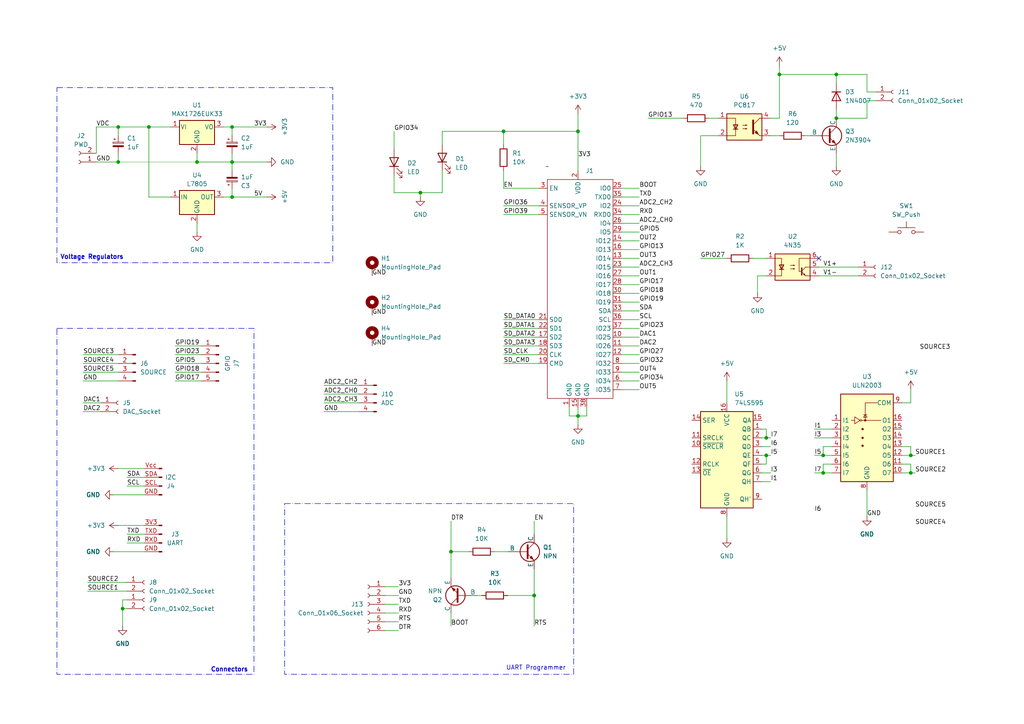
<source format=kicad_sch>
(kicad_sch (version 20231120) (generator "eeschema") (generator_version "8.0")
  (paper "A4")
  (lib_symbols
    (symbol "+5V_1" (power) (pin_numbers hide) (pin_names (offset 0) hide)
      (property "Value" "+5V" (at 0 3.556 0))
      (symbol "+5V_1_1_1"
        (pin power_in line (at 0 0 90) (length 0) (name "~") (number "1"))
      )
    )
    (symbol "+5V_2" (power) (pin_numbers hide) (pin_names (offset 0) hide)
      (property "Value" "+5V" (at 0 3.556 0))
      (symbol "+5V_2_1_1"
        (pin power_in line (at 0 0 90) (length 0) (name "~") (number "1"))
      )
    )
    (symbol "74xx:74LS595"
      (property "Reference" "U" (at -7.62 13.97 0))
      (property "Value" "74LS595" (at -7.62 -16.51 0))
      (symbol "74LS595_1_0"
        (pin tri_state line (at 10.16 7.62 180) (length 2.54) (name "QB") (number "1"))
        (pin input line (at -10.16 2.54 0) (length 2.54) (name "~{SRCLR}") (number "10"))
        (pin input line (at -10.16 5.08 0) (length 2.54) (name "SRCLK") (number "11"))
        (pin input line (at -10.16 -2.54 0) (length 2.54) (name "RCLK") (number "12"))
        (pin input line (at -10.16 -5.08 0) (length 2.54) (name "~{OE}") (number "13"))
        (pin input line (at -10.16 10.16 0) (length 2.54) (name "SER") (number "14"))
        (pin tri_state line (at 10.16 10.16 180) (length 2.54) (name "QA") (number "15"))
        (pin power_in line (at 0 15.24 270) (length 2.54) (name "VCC") (number "16"))
        (pin tri_state line (at 10.16 5.08 180) (length 2.54) (name "QC") (number "2"))
        (pin tri_state line (at 10.16 2.54 180) (length 2.54) (name "QD") (number "3"))
        (pin tri_state line (at 10.16 0 180) (length 2.54) (name "QE") (number "4"))
        (pin tri_state line (at 10.16 -2.54 180) (length 2.54) (name "QF") (number "5"))
        (pin tri_state line (at 10.16 -5.08 180) (length 2.54) (name "QG") (number "6"))
        (pin tri_state line (at 10.16 -7.62 180) (length 2.54) (name "QH") (number "7"))
        (pin power_in line (at 0 -17.78 90) (length 2.54) (name "GND") (number "8"))
        (pin output line (at 10.16 -12.7 180) (length 2.54) (name "QH'") (number "9"))
      )
    )
    (symbol "Alexander_Library_Symbols:Conn_I2C_01x04" (pin_names (offset 1.016) hide)
      (property "Reference" "J" (at 0 5.08 0))
      (property "Value" "I2C" (at 0 -7.62 0))
      (symbol "Conn_I2C_01x04_1_1"
        (pin power_out line (at 5.08 -5.08 180) (length 3.81) (name "GND") (number "GND"))
        (pin bidirectional line (at 5.08 -2.54 180) (length 3.81) (name "SCL") (number "SCL"))
        (pin bidirectional line (at 5.08 0 180) (length 3.81) (name "SDA") (number "SDA"))
        (pin power_in line (at 5.08 2.54 180) (length 3.81) (name "VCC") (number "Vcc"))
      )
    )
    (symbol "Alexander_Library_Symbols:ESP32-WROOM-32D-SOCKET"
      (property "Reference" "J" (at 0 0 0))
      (symbol "ESP32-WROOM-32D-SOCKET_1_1"
        (pin power_out line (at 6.35 -69.85 90) (length 2.54) (name "GND") (number "1"))
        (pin bidirectional line (at 21.59 -49.53 180) (length 2.54) (name "IO25") (number "10"))
        (pin bidirectional line (at 21.59 -52.07 180) (length 2.54) (name "IO26") (number "11"))
        (pin bidirectional line (at 21.59 -54.61 180) (length 2.54) (name "IO27") (number "12"))
        (pin bidirectional line (at 21.59 -26.67 180) (length 2.54) (name "IO14") (number "13"))
        (pin bidirectional line (at 21.59 -21.59 180) (length 2.54) (name "IO12") (number "14"))
        (pin power_out line (at 8.89 -69.85 90) (length 2.54) (name "GND") (number "15"))
        (pin bidirectional line (at 21.59 -24.13 180) (length 2.54) (name "IO13") (number "16"))
        (pin input line (at -2.54 -49.53 0) (length 2.54) (name "SD2") (number "17"))
        (pin input line (at -2.54 -52.07 0) (length 2.54) (name "SD3") (number "18"))
        (pin input line (at -2.54 -57.15 0) (length 2.54) (name "CMD") (number "19"))
        (pin power_in line (at 8.89 -1.27 270) (length 2.54) (name "VDD") (number "2"))
        (pin input line (at -2.54 -54.61 0) (length 2.54) (name "CLK") (number "20"))
        (pin input line (at -2.54 -44.45 0) (length 2.54) (name "SD0") (number "21"))
        (pin input line (at -2.54 -46.99 0) (length 2.54) (name "SD1") (number "22"))
        (pin bidirectional line (at 21.59 -29.21 180) (length 2.54) (name "IO15") (number "23"))
        (pin bidirectional line (at 21.59 -11.43 180) (length 2.54) (name "IO2") (number "24"))
        (pin bidirectional line (at 21.59 -6.35 180) (length 2.54) (name "IO0") (number "25"))
        (pin bidirectional line (at 21.59 -16.51 180) (length 2.54) (name "IO4") (number "26"))
        (pin bidirectional line (at 21.59 -31.75 180) (length 2.54) (name "IO16") (number "27"))
        (pin bidirectional line (at 21.59 -34.29 180) (length 2.54) (name "IO17") (number "28"))
        (pin bidirectional line (at 21.59 -19.05 180) (length 2.54) (name "IO5") (number "29"))
        (pin input line (at -2.54 -6.35 0) (length 2.54) (name "EN") (number "3"))
        (pin bidirectional line (at 21.59 -36.83 180) (length 2.54) (name "IO18") (number "30"))
        (pin bidirectional line (at 21.59 -39.37 180) (length 2.54) (name "IO19") (number "31"))
        (pin bidirectional line (at 21.59 -41.91 180) (length 2.54) (name "SDA") (number "33"))
        (pin input line (at 21.59 -13.97 180) (length 2.54) (name "RXD0") (number "34"))
        (pin output line (at 21.59 -8.89 180) (length 2.54) (name "TXD0") (number "35"))
        (pin bidirectional line (at 21.59 -44.45 180) (length 2.54) (name "SCL") (number "36"))
        (pin bidirectional line (at 21.59 -46.99 180) (length 2.54) (name "IO23") (number "37"))
        (pin power_out line (at 11.43 -69.85 90) (length 2.54) (name "GND") (number "38"))
        (pin input line (at -2.54 -11.43 0) (length 2.54) (name "SENSOR_VP") (number "4"))
        (pin input line (at -2.54 -13.97 0) (length 2.54) (name "SENSOR_VN") (number "5"))
        (pin bidirectional line (at 21.59 -62.23 180) (length 2.54) (name "IO34") (number "6"))
        (pin bidirectional line (at 21.59 -64.77 180) (length 2.54) (name "IO35") (number "7"))
        (pin bidirectional line (at 21.59 -57.15 180) (length 2.54) (name "IO32") (number "8"))
        (pin bidirectional line (at 21.59 -59.69 180) (length 2.54) (name "IO33") (number "9"))
      )
    )
    (symbol "Conn_UART_1" (pin_names (offset 1.016) hide)
      (property "Reference" "J" (at 1.27 3.81 0))
      (property "Value" "UART" (at 2.54 -10.16 0))
      (symbol "Conn_UART_1_1_1"
        (pin power_in line (at 5.08 0 180) (length 3.81) (name "3V3") (number "3V3"))
        (pin power_out line (at 5.08 -7.62 180) (length 3.81) (name "GND") (number "GND"))
        (pin input line (at 5.08 -5.08 180) (length 3.81) (name "RXD") (number "RXD"))
        (pin output line (at 5.08 -2.54 180) (length 3.81) (name "TXD") (number "TXD"))
      )
    )
    (symbol "Connector:Conn_01x02_Socket" (pin_names (offset 1.016) hide)
      (property "Reference" "J" (at 0 2.54 0))
      (property "Value" "Conn_01x02_Socket" (at 0 -5.08 0))
      (symbol "Conn_01x02_Socket_1_1"
        (pin passive line (at -5.08 0 0) (length 3.81) (name "Pin_1") (number "1"))
        (pin passive line (at -5.08 -2.54 0) (length 3.81) (name "Pin_2") (number "2"))
      )
    )
    (symbol "Connector:Conn_01x04_Pin" (pin_names (offset 1.016) hide)
      (property "Reference" "J" (at 0 5.08 0))
      (property "Value" "I2C" (at 0 -7.62 0))
      (symbol "Conn_01x04_Pin_1_1"
        (pin passive line (at 5.08 2.54 180) (length 3.81) (name "Pin_1") (number "1"))
        (pin passive line (at 5.08 0 180) (length 3.81) (name "Pin_2") (number "2"))
        (pin passive line (at 5.08 -2.54 180) (length 3.81) (name "Pin_3") (number "3"))
        (pin passive line (at 5.08 -5.08 180) (length 3.81) (name "Pin_4") (number "4"))
      )
    )
    (symbol "Connector:Conn_01x05_Pin" (pin_names (offset 1.016) hide)
      (property "Reference" "J" (at 0 7.62 0))
      (property "Value" "Conn_01x05_Pin" (at 0 -7.62 0))
      (symbol "Conn_01x05_Pin_1_1"
        (pin passive line (at 5.08 5.08 180) (length 3.81) (name "Pin_1") (number "1"))
        (pin passive line (at 5.08 2.54 180) (length 3.81) (name "Pin_2") (number "2"))
        (pin passive line (at 5.08 0 180) (length 3.81) (name "Pin_3") (number "3"))
        (pin passive line (at 5.08 -2.54 180) (length 3.81) (name "Pin_4") (number "4"))
        (pin passive line (at 5.08 -5.08 180) (length 3.81) (name "Pin_5") (number "5"))
      )
    )
    (symbol "Connector:Conn_01x06_Socket" (pin_names (offset 1.016) hide)
      (property "Reference" "J" (at 0 7.62 0))
      (property "Value" "Conn_01x06_Socket" (at 0 -10.16 0))
      (symbol "Conn_01x06_Socket_1_1"
        (pin passive line (at -5.08 5.08 0) (length 3.81) (name "Pin_1") (number "1"))
        (pin passive line (at -5.08 2.54 0) (length 3.81) (name "Pin_2") (number "2"))
        (pin passive line (at -5.08 0 0) (length 3.81) (name "Pin_3") (number "3"))
        (pin passive line (at -5.08 -2.54 0) (length 3.81) (name "Pin_4") (number "4"))
        (pin passive line (at -5.08 -5.08 0) (length 3.81) (name "Pin_5") (number "5"))
        (pin passive line (at -5.08 -7.62 0) (length 3.81) (name "Pin_6") (number "6"))
      )
    )
    (symbol "Device:C_Polarized_Small" (pin_numbers hide) (pin_names (offset 0.254) hide)
      (property "Reference" "C" (at 0.254 1.778 0))
      (property "Value" "C_Polarized_Small" (at 0.254 -2.032 0))
      (symbol "C_Polarized_Small_1_1"
        (pin passive line (at 0 2.54 270) (length 1.8542) (name "~") (number "1"))
        (pin passive line (at 0 -2.54 90) (length 1.8542) (name "~") (number "2"))
      )
    )
    (symbol "Device:D" (pin_numbers hide) (pin_names (offset 1.016) hide)
      (property "Reference" "D" (at 0 2.54 0))
      (property "Value" "D" (at 0 -2.54 0))
      (symbol "D_1_1"
        (pin passive line (at -3.81 0 0) (length 2.54) (name "K") (number "1"))
        (pin passive line (at 3.81 0 180) (length 2.54) (name "A") (number "2"))
      )
    )
    (symbol "Device:LED" (pin_numbers hide) (pin_names (offset 1.016) hide)
      (property "Reference" "D" (at 0 2.54 0))
      (property "Value" "LED" (at 0 -2.54 0))
      (symbol "LED_1_1"
        (pin passive line (at -3.81 0 0) (length 2.54) (name "K") (number "1"))
        (pin passive line (at 3.81 0 180) (length 2.54) (name "A") (number "2"))
      )
    )
    (symbol "Device:R" (pin_numbers hide) (pin_names (offset 0))
      (property "Reference" "R" (at 2.032 0 90))
      (property "Value" "R" (at 0 0 90))
      (symbol "R_1_1"
        (pin passive line (at 0 3.81 270) (length 1.27) (name "~") (number "1"))
        (pin passive line (at 0 -3.81 90) (length 1.27) (name "~") (number "2"))
      )
    )
    (symbol "GND_1" (power) (pin_numbers hide) (pin_names (offset 0) hide)
      (property "Value" "GND" (at 0 -3.81 0))
      (symbol "GND_1_1_1"
        (pin power_in line (at 0 0 270) (length 0) (name "~") (number "1"))
      )
    )
    (symbol "GND_2" (power) (pin_numbers hide) (pin_names (offset 0) hide)
      (property "Value" "GND" (at 0 -3.81 0))
      (symbol "GND_2_1_1"
        (pin power_in line (at 0 0 270) (length 0) (name "~") (number "1"))
      )
    )
    (symbol "GND_3" (power) (pin_numbers hide) (pin_names (offset 0) hide)
      (property "Value" "GND" (at 0 -3.81 0))
      (symbol "GND_3_1_1"
        (pin power_in line (at 0 0 270) (length 0) (name "~") (number "1"))
      )
    )
    (symbol "GND_4" (power) (pin_numbers hide) (pin_names (offset 0) hide)
      (property "Value" "GND" (at 0 -3.81 0))
      (symbol "GND_4_1_1"
        (pin power_in line (at 0 0 270) (length 0) (name "~") (number "1"))
      )
    )
    (symbol "GND_5" (power) (pin_numbers hide) (pin_names (offset 0) hide)
      (property "Value" "GND" (at 0 -3.81 0))
      (symbol "GND_5_1_1"
        (pin power_in line (at 0 0 270) (length 0) (name "~") (number "1"))
      )
    )
    (symbol "GND_6" (power) (pin_numbers hide) (pin_names (offset 0) hide)
      (property "Value" "GND" (at 0 -3.81 0))
      (symbol "GND_6_1_1"
        (pin power_in line (at 0 0 270) (length 0) (name "~") (number "1"))
      )
    )
    (symbol "Isolator:4N35" (pin_names (offset 1.016))
      (property "Reference" "U" (at -5.08 5.08 0))
      (property "Value" "4N35" (at 0 5.08 0))
      (symbol "4N35_1_1"
        (pin passive line (at -7.62 2.54 0) (length 2.54) (name "~") (number "1"))
        (pin passive line (at -7.62 -2.54 0) (length 2.54) (name "~") (number "2"))
        (pin no_connect line (at -5.08 0 0) (length 2.54) hide (name "NC") (number "3"))
        (pin passive line (at 7.62 -2.54 180) (length 2.54) (name "~") (number "4"))
        (pin passive line (at 7.62 0 180) (length 2.54) (name "~") (number "5"))
        (pin passive line (at 7.62 2.54 180) (length 2.54) (name "~") (number "6"))
      )
    )
    (symbol "Isolator:PC817" (pin_names (offset 1.016))
      (property "Reference" "U" (at -5.08 5.08 0))
      (property "Value" "PC817" (at 0 5.08 0))
      (symbol "PC817_1_1"
        (pin passive line (at -7.62 2.54 0) (length 2.54) (name "~") (number "1"))
        (pin passive line (at -7.62 -2.54 0) (length 2.54) (name "~") (number "2"))
        (pin passive line (at 7.62 -2.54 180) (length 2.54) (name "~") (number "3"))
        (pin passive line (at 7.62 2.54 180) (length 2.54) (name "~") (number "4"))
      )
    )
    (symbol "Mechanical:MountingHole_Pad" (pin_numbers hide) (pin_names (offset 1.016) hide)
      (property "Reference" "H" (at 0 6.35 0))
      (property "Value" "MountingHole_Pad" (at 0 4.445 0))
      (symbol "MountingHole_Pad_1_1"
        (pin input line (at 0 -2.54 90) (length 2.54) (name "1") (number "1"))
      )
    )
    (symbol "Regulator_Linear:L7805" (pin_names (offset 0.254))
      (property "Reference" "U4" (at 0 6.35 0))
      (property "Value" "L7805" (at 0 3.81 0))
      (symbol "L7805_1_1"
        (pin power_in line (at -7.62 0 0) (length 2.54) (name "IN") (number "1"))
        (pin power_in line (at 0 -7.62 90) (length 2.54) (name "GND") (number "2"))
        (pin power_out line (at 7.62 0 180) (length 2.54) (name "OUT") (number "3"))
      )
    )
    (symbol "Regulator_Linear:LM78M05_TO220" (pin_names (offset 0.254))
      (property "Reference" "U" (at -3.81 3.175 0))
      (property "Value" "LM78M05_TO220" (at 0 3.175 0))
      (symbol "LM78M05_TO220_1_1"
        (pin power_in line (at -7.62 0 0) (length 2.54) (name "VI") (number "1"))
        (pin power_in line (at 0 -7.62 90) (length 2.54) (name "GND") (number "2"))
        (pin power_out line (at 7.62 0 180) (length 2.54) (name "VO") (number "3"))
      )
    )
    (symbol "Simulation_SPICE:NPN" (pin_numbers hide) (pin_names (offset 0))
      (property "Reference" "Q" (at -2.54 7.62 0))
      (property "Value" "NPN" (at -2.54 5.08 0))
      (symbol "NPN_1_1"
        (pin open_collector line (at 2.54 5.08 270) (length 2.54) (name "C") (number "1"))
        (pin input line (at -5.08 0 0) (length 2.54) (name "B") (number "2"))
        (pin open_emitter line (at 2.54 -5.08 90) (length 2.54) (name "E") (number "3"))
      )
    )
    (symbol "Switch:SW_Push" (pin_numbers hide) (pin_names (offset 1.016) hide)
      (property "Reference" "SW" (at 1.27 2.54 0))
      (property "Value" "SW_Push" (at 0 -1.524 0))
      (symbol "SW_Push_0_1"
        (pin passive line (at -5.08 0 0) (length 2.54) (name "1") (number "1"))
        (pin passive line (at 5.08 0 180) (length 2.54) (name "2") (number "2"))
      )
    )
    (symbol "Transistor_Array:ULN2003"
      (property "Reference" "U" (at 0 15.875 0))
      (property "Value" "ULN2003" (at 0 13.97 0))
      (symbol "ULN2003_1_1"
        (pin input line (at -10.16 5.08 0) (length 2.54) (name "I1") (number "1"))
        (pin open_collector line (at 10.16 -10.16 180) (length 2.54) (name "O7") (number "10"))
        (pin open_collector line (at 10.16 -7.62 180) (length 2.54) (name "O6") (number "11"))
        (pin open_collector line (at 10.16 -5.08 180) (length 2.54) (name "O5") (number "12"))
        (pin open_collector line (at 10.16 -2.54 180) (length 2.54) (name "O4") (number "13"))
        (pin open_collector line (at 10.16 0 180) (length 2.54) (name "O3") (number "14"))
        (pin open_collector line (at 10.16 2.54 180) (length 2.54) (name "O2") (number "15"))
        (pin open_collector line (at 10.16 5.08 180) (length 2.54) (name "O1") (number "16"))
        (pin input line (at -10.16 2.54 0) (length 2.54) (name "I2") (number "2"))
        (pin input line (at -10.16 0 0) (length 2.54) (name "I3") (number "3"))
        (pin input line (at -10.16 -2.54 0) (length 2.54) (name "I4") (number "4"))
        (pin input line (at -10.16 -5.08 0) (length 2.54) (name "I5") (number "5"))
        (pin input line (at -10.16 -7.62 0) (length 2.54) (name "I6") (number "6"))
        (pin input line (at -10.16 -10.16 0) (length 2.54) (name "I7") (number "7"))
        (pin power_in line (at 0 -15.24 90) (length 2.54) (name "GND") (number "8"))
        (pin passive line (at 10.16 10.16 180) (length 2.54) (name "COM") (number "9"))
      )
    )
    (symbol "power:+3V3" (power) (pin_names (offset 0))
      (property "Value" "+3V3" (at 0 3.556 0))
      (symbol "+3V3_1_1"
        (pin power_in line (at 0 0 90) (length 0) hide (name "+3V3") (number "1"))
      )
    )
    (symbol "power:+5V" (power) (pin_names (offset 0))
      (property "Value" "+5V" (at 0 3.556 0))
      (symbol "+5V_1_1"
        (pin power_in line (at 0 0 90) (length 0) hide (name "+5V") (number "1"))
      )
    )
    (symbol "power:GND" (power) (pin_names (offset 0))
      (property "Value" "GND" (at 0 -3.81 0))
      (symbol "GND_1_1"
        (pin power_in line (at 0 0 270) (length 0) hide (name "GND") (number "1"))
      )
    )
  )
  (junction (at 57.15 46.99))
  (junction (at 238.76 132.08))
  (junction (at 264.16 132.08))
  (junction (at 67.31 46.99))
  (junction (at 264.16 137.16))
  (junction (at 34.29 46.99))
  (junction (at 167.64 38.1))
  (junction (at 222.25 132.08))
  (junction (at 226.06 21.59))
  (junction (at 67.31 57.15))
  (junction (at 130.81 160.02))
  (junction (at 43.18 36.83))
  (junction (at 154.94 172.72))
  (junction (at 242.57 34.29))
  (junction (at 67.31 36.83))
  (junction (at 242.57 21.59))
  (junction (at 222.25 127))
  (junction (at 238.76 137.16))
  (junction (at 34.29 36.83))
  (junction (at 121.92 55.88))
  (junction (at 146.05 38.1))
  (junction (at 167.64 120.65))
  (junction (at 35.56 176.53))
  (no_connect (at 237.49 74.93))
  (wire (pts (xy 226.06 34.29) (xy 223.52 34.29)))
  (wire (pts (xy 180.34 59.69) (xy 185.42 59.69)))
  (wire (pts (xy 57.15 64.77) (xy 57.15 67.31)))
  (wire (pts (xy 220.98 132.08) (xy 222.25 132.08)))
  (wire (pts (xy 146.05 102.87) (xy 156.21 102.87)))
  (wire (pts (xy 35.56 173.99) (xy 35.56 176.53)))
  (wire (pts (xy 36.83 140.97) (xy 41.91 140.97)))
  (wire (pts (xy 261.62 137.16) (xy 264.16 137.16)))
  (wire (pts (xy 111.76 180.34) (xy 115.57 180.34)))
  (wire (pts (xy 210.82 149.86) (xy 210.82 156.21)))
  (wire (pts (xy 25.4 168.91) (xy 36.83 168.91)))
  (wire (pts (xy 180.34 64.77) (xy 185.42 64.77)))
  (wire (pts (xy 121.92 55.88) (xy 128.27 55.88)))
  (wire (pts (xy 242.57 24.13) (xy 242.57 21.59)))
  (wire (pts (xy 130.81 160.02) (xy 135.89 160.02)))
  (wire (pts (xy 146.05 100.33) (xy 156.21 100.33)))
  (wire (pts (xy 49.53 57.15) (xy 43.18 57.15)))
  (wire (pts (xy 36.83 154.94) (xy 41.91 154.94)))
  (wire (pts (xy 242.57 21.59) (xy 251.46 21.59)))
  (wire (pts (xy 154.94 151.13) (xy 154.94 154.94)))
  (wire (pts (xy 220.98 127) (xy 222.25 127)))
  (wire (pts (xy 167.64 33.02) (xy 167.64 38.1)))
  (wire (pts (xy 180.34 80.01) (xy 185.42 80.01)))
  (wire (pts (xy 180.34 82.55) (xy 185.42 82.55)))
  (wire (pts (xy 220.98 139.7) (xy 223.52 139.7)))
  (wire (pts (xy 34.29 135.89) (xy 41.91 135.89)))
  (wire (pts (xy 264.16 137.16) (xy 265.43 137.16)))
  (wire (pts (xy 143.51 160.02) (xy 147.32 160.02)))
  (wire (pts (xy 57.15 44.45) (xy 57.15 46.99)))
  (wire (pts (xy 104.14 114.3) (xy 93.98 114.3)))
  (wire (pts (xy 180.34 105.41) (xy 185.42 105.41)))
  (wire (pts (xy 34.29 107.95) (xy 24.13 107.95)))
  (wire (pts (xy 165.1 120.65) (xy 167.64 120.65)))
  (wire (pts (xy 58.42 102.87) (xy 50.8 102.87)))
  (wire (pts (xy 67.31 44.45) (xy 67.31 46.99)))
  (wire (pts (xy 34.29 102.87) (xy 24.13 102.87)))
  (wire (pts (xy 238.76 134.62) (xy 238.76 137.16)))
  (wire (pts (xy 180.34 54.61) (xy 185.42 54.61)))
  (wire (pts (xy 264.16 116.84) (xy 261.62 116.84)))
  (wire (pts (xy 146.05 38.1) (xy 128.27 38.1)))
  (wire (pts (xy 222.25 124.46) (xy 222.25 127)))
  (wire (pts (xy 114.3 38.1) (xy 114.3 43.18)))
  (wire (pts (xy 261.62 134.62) (xy 264.16 134.62)))
  (wire (pts (xy 205.74 34.29) (xy 208.28 34.29)))
  (wire (pts (xy 58.42 105.41) (xy 50.8 105.41)))
  (wire (pts (xy 251.46 29.21) (xy 251.46 34.29)))
  (wire (pts (xy 180.34 107.95) (xy 185.42 107.95)))
  (wire (pts (xy 156.21 54.61) (xy 146.05 54.61)))
  (wire (pts (xy 111.76 182.88) (xy 115.57 182.88)))
  (wire (pts (xy 210.82 110.49) (xy 210.82 116.84)))
  (wire (pts (xy 165.1 118.11) (xy 165.1 120.65)))
  (wire (pts (xy 43.18 36.83) (xy 49.53 36.83)))
  (wire (pts (xy 24.13 116.84) (xy 29.21 116.84)))
  (wire (pts (xy 146.05 62.23) (xy 156.21 62.23)))
  (wire (pts (xy 146.05 38.1) (xy 146.05 41.91)))
  (wire (pts (xy 251.46 26.67) (xy 254 26.67)))
  (wire (pts (xy 35.56 176.53) (xy 36.83 176.53)))
  (wire (pts (xy 34.29 152.4) (xy 41.91 152.4)))
  (wire (pts (xy 34.29 36.83) (xy 34.29 39.37)))
  (wire (pts (xy 264.16 129.54) (xy 264.16 132.08)))
  (wire (pts (xy 34.29 44.45) (xy 34.29 46.99)))
  (wire (pts (xy 121.92 57.15) (xy 121.92 55.88)))
  (wire (pts (xy 167.64 120.65) (xy 167.64 123.19)))
  (wire (pts (xy 146.05 95.25) (xy 156.21 95.25)))
  (wire (pts (xy 236.22 137.16) (xy 238.76 137.16)))
  (wire (pts (xy 264.16 113.03) (xy 264.16 116.84)))
  (wire (pts (xy 25.4 171.45) (xy 36.83 171.45)))
  (wire (pts (xy 233.68 39.37) (xy 234.95 39.37)))
  (wire (pts (xy 146.05 92.71) (xy 156.21 92.71)))
  (wire (pts (xy 180.34 110.49) (xy 185.42 110.49)))
  (wire (pts (xy 237.49 80.01) (xy 248.92 80.01)))
  (wire (pts (xy 24.13 110.49) (xy 34.29 110.49)))
  (wire (pts (xy 128.27 49.53) (xy 128.27 55.88)))
  (wire (pts (xy 43.18 36.83) (xy 43.18 57.15)))
  (wire (pts (xy 218.44 74.93) (xy 222.25 74.93)))
  (wire (pts (xy 36.83 173.99) (xy 35.56 173.99)))
  (wire (pts (xy 67.31 57.15) (xy 77.47 57.15)))
  (wire (pts (xy 67.31 46.99) (xy 77.47 46.99)))
  (wire (pts (xy 154.94 165.1) (xy 154.94 172.72)))
  (wire (pts (xy 180.34 95.25) (xy 185.42 95.25)))
  (wire (pts (xy 128.27 38.1) (xy 128.27 41.91)))
  (wire (pts (xy 180.34 102.87) (xy 185.42 102.87)))
  (wire (pts (xy 251.46 21.59) (xy 251.46 26.67)))
  (wire (pts (xy 64.77 57.15) (xy 67.31 57.15)))
  (wire (pts (xy 236.22 127) (xy 241.3 127)))
  (wire (pts (xy 261.62 129.54) (xy 264.16 129.54)))
  (wire (pts (xy 41.91 143.51) (xy 33.02 143.51)))
  (wire (pts (xy 242.57 21.59) (xy 226.06 21.59)))
  (wire (pts (xy 36.83 157.48) (xy 41.91 157.48)))
  (wire (pts (xy 223.52 39.37) (xy 226.06 39.37)))
  (wire (pts (xy 146.05 38.1) (xy 167.64 38.1)))
  (wire (pts (xy 114.3 55.88) (xy 121.92 55.88)))
  (wire (pts (xy 67.31 46.99) (xy 67.31 49.53)))
  (wire (pts (xy 180.34 57.15) (xy 185.42 57.15)))
  (wire (pts (xy 64.77 36.83) (xy 67.31 36.83)))
  (wire (pts (xy 241.3 134.62) (xy 238.76 134.62)))
  (wire (pts (xy 180.34 100.33) (xy 185.42 100.33)))
  (wire (pts (xy 114.3 50.8) (xy 114.3 55.88)))
  (wire (pts (xy 220.98 124.46) (xy 222.25 124.46)))
  (wire (pts (xy 58.42 107.95) (xy 50.8 107.95)))
  (wire (pts (xy 251.46 142.24) (xy 251.46 149.86)))
  (wire (pts (xy 222.25 134.62) (xy 222.25 132.08)))
  (wire (pts (xy 111.76 175.26) (xy 115.57 175.26)))
  (wire (pts (xy 238.76 137.16) (xy 241.3 137.16)))
  (wire (pts (xy 57.15 46.99) (xy 67.31 46.99)))
  (wire (pts (xy 154.94 172.72) (xy 154.94 181.61)))
  (wire (pts (xy 111.76 177.8) (xy 115.57 177.8)))
  (wire (pts (xy 237.49 77.47) (xy 248.92 77.47)))
  (wire (pts (xy 180.34 87.63) (xy 185.42 87.63)))
  (wire (pts (xy 146.05 105.41) (xy 156.21 105.41)))
  (wire (pts (xy 238.76 132.08) (xy 241.3 132.08)))
  (wire (pts (xy 67.31 39.37) (xy 67.31 36.83)))
  (wire (pts (xy 180.34 62.23) (xy 185.42 62.23)))
  (wire (pts (xy 27.94 36.83) (xy 34.29 36.83)))
  (wire (pts (xy 180.34 72.39) (xy 185.42 72.39)))
  (wire (pts (xy 180.34 90.17) (xy 185.42 90.17)))
  (wire (pts (xy 154.94 172.72) (xy 147.32 172.72)))
  (wire (pts (xy 130.81 151.13) (xy 130.81 160.02)))
  (wire (pts (xy 146.05 59.69) (xy 156.21 59.69)))
  (wire (pts (xy 242.57 44.45) (xy 242.57 48.26)))
  (wire (pts (xy 41.91 160.02) (xy 33.02 160.02)))
  (wire (pts (xy 180.34 77.47) (xy 185.42 77.47)))
  (wire (pts (xy 254 29.21) (xy 251.46 29.21)))
  (wire (pts (xy 220.98 137.16) (xy 223.52 137.16)))
  (wire (pts (xy 203.2 74.93) (xy 210.82 74.93)))
  (wire (pts (xy 220.98 129.54) (xy 223.52 129.54)))
  (wire (pts (xy 236.22 132.08) (xy 238.76 132.08)))
  (wire (pts (xy 180.34 69.85) (xy 185.42 69.85)))
  (wire (pts (xy 180.34 97.79) (xy 185.42 97.79)))
  (wire (pts (xy 180.34 113.03) (xy 185.42 113.03)))
  (wire (pts (xy 226.06 21.59) (xy 226.06 34.29)))
  (wire (pts (xy 67.31 54.61) (xy 67.31 57.15)))
  (wire (pts (xy 167.64 38.1) (xy 167.64 49.53)))
  (wire (pts (xy 222.25 132.08) (xy 223.52 132.08)))
  (wire (pts (xy 138.43 172.72) (xy 139.7 172.72)))
  (wire (pts (xy 219.71 85.09) (xy 219.71 80.01)))
  (wire (pts (xy 264.16 134.62) (xy 264.16 137.16)))
  (wire (pts (xy 203.2 39.37) (xy 208.28 39.37)))
  (wire (pts (xy 180.34 74.93) (xy 185.42 74.93)))
  (wire (pts (xy 24.13 119.38) (xy 29.21 119.38)))
  (wire (pts (xy 35.56 176.53) (xy 35.56 181.61)))
  (wire (pts (xy 170.18 120.65) (xy 167.64 120.65)))
  (wire (pts (xy 241.3 129.54) (xy 238.76 129.54)))
  (wire (pts (xy 130.81 177.8) (xy 130.81 181.61)))
  (wire (pts (xy 238.76 129.54) (xy 238.76 132.08)))
  (wire (pts (xy 264.16 132.08) (xy 265.43 132.08)))
  (wire (pts (xy 187.96 34.29) (xy 198.12 34.29)))
  (wire (pts (xy 180.34 67.31) (xy 185.42 67.31)))
  (wire (pts (xy 222.25 127) (xy 223.52 127)))
  (wire (pts (xy 111.76 172.72) (xy 115.57 172.72)))
  (wire (pts (xy 236.22 124.46) (xy 241.3 124.46)))
  (wire (pts (xy 170.18 118.11) (xy 170.18 120.65)))
  (wire (pts (xy 104.14 111.76) (xy 93.98 111.76)))
  (wire (pts (xy 180.34 85.09) (xy 185.42 85.09)))
  (wire (pts (xy 58.42 110.49) (xy 50.8 110.49)))
  (wire (pts (xy 242.57 31.75) (xy 242.57 34.29)))
  (wire (pts (xy 36.83 138.43) (xy 41.91 138.43)))
  (wire (pts (xy 180.34 92.71) (xy 185.42 92.71)))
  (wire (pts (xy 34.29 36.83) (xy 43.18 36.83)))
  (wire (pts (xy 111.76 170.18) (xy 115.57 170.18)))
  (wire (pts (xy 93.98 119.38) (xy 104.14 119.38)))
  (wire (pts (xy 146.05 97.79) (xy 156.21 97.79)))
  (wire (pts (xy 130.81 160.02) (xy 130.81 167.64)))
  (wire (pts (xy 146.05 49.53) (xy 146.05 54.61)))
  (wire (pts (xy 220.98 134.62) (xy 222.25 134.62)))
  (wire (pts (xy 58.42 100.33) (xy 50.8 100.33)))
  (wire (pts (xy 226.06 19.05) (xy 226.06 21.59)))
  (wire (pts (xy 261.62 132.08) (xy 264.16 132.08)))
  (wire (pts (xy 67.31 36.83) (xy 77.47 36.83)))
  (wire (pts (xy 27.94 46.99) (xy 34.29 46.99)))
  (wire (pts (xy 34.29 105.41) (xy 24.13 105.41)))
  (wire (pts (xy 219.71 80.01) (xy 222.25 80.01)))
  (wire (pts (xy 251.46 34.29) (xy 242.57 34.29)))
  (wire (pts (xy 203.2 48.26) (xy 203.2 39.37)))
  (wire (pts (xy 167.64 118.11) (xy 167.64 120.65)))
  (wire (pts (xy 104.14 116.84) (xy 93.98 116.84)))
  (wire (pts (xy 34.29 46.99) (xy 57.15 46.99)) (stroke (width 0.0254)))
  (wire (pts (xy 27.94 36.83) (xy 27.94 44.45)))
  (rectangle (start 82.55 146.05) (end 166.37 195.58) (stroke (width 0) (type dash_dot)))
  (rectangle (start 16.51 95.25) (end 73.66 195.58) (stroke (width 0) (type dash_dot)))
  (rectangle (start 16.51 25.4) (end 96.52 76.2) (stroke (width 0) (type dash_dot)))
  (text "Voltage Regulators" (at 26.67 73.914 0) (effects (font (size 1.27 1.27) (thickness 0.254) (bold yes)) (justify top)))
  (text "UART Programmer" (at 155.448 193.802 0) (effects (font (size 1.27 1.27))))
  (text "Connectors\n" (at 66.548 194.31 0) (effects (font (size 1.27 1.27) (thickness 0.254) (bold yes))))
  (label "SOURCE5" (at 265.43 147.32 0))
  (label "GND" (at 107.95 80.01 0))
  (label "GND" (at 24.13 110.49 0))
  (label "SOURCE3" (at 24.13 102.87 0))
  (label "SOURCE4" (at 24.13 105.41 0))
  (label "SD_DATA1" (at 146.05 95.25 0))
  (label "SOURCE1" (at 25.4 171.45 0))
  (label "I7" (at 223.52 127 0))
  (label "TXD" (at 115.57 175.26 0))
  (label "GPIO27" (at 185.42 102.87 0))
  (label "GPIO5" (at 185.42 67.31 0))
  (label "SOURCE5" (at 24.13 107.95 0))
  (label "RTS" (at 154.94 181.61 0))
  (label "ADC2_CH2" (at 185.42 59.69 0))
  (label "OUT1" (at 185.42 80.01 0))
  (label "I3" (at 223.52 137.16 0))
  (label "OUT2" (at 185.42 69.85 0))
  (label "3V3" (at 115.57 170.18 0))
  (label "SD_DATA0" (at 146.05 92.71 0))
  (label "EN" (at 154.94 151.13 0))
  (label "GPIO23" (at 185.42 95.25 0))
  (label "VDC" (at 27.94 36.83 0))
  (label "GPIO13" (at 185.42 72.39 0))
  (label "SD_CLK" (at 146.05 102.87 0))
  (label "DAC2" (at 24.13 119.38 0))
  (label "TXD" (at 185.42 57.15 0))
  (label "I1" (at 236.22 124.46 0))
  (label "ADC2_CH2" (at 93.98 111.76 0))
  (label "SDA" (at 185.42 90.17 0))
  (label "SD_CMD" (at 146.05 105.41 0))
  (label "ADC2_CH0" (at 93.98 114.3 0))
  (label "SD_DATA3" (at 146.05 100.33 0))
  (label "I5" (at 223.52 132.08 0))
  (label "GPIO17" (at 185.42 82.55 0))
  (label "GPIO23" (at 50.8 102.87 0))
  (label "GPIO5" (at 50.8 105.41 0))
  (label "DTR" (at 130.81 151.13 0))
  (label "GPIO13" (at 187.96 34.29 0))
  (label "SD_DATA2" (at 146.05 97.79 0))
  (label "GPIO34" (at 185.42 110.49 0))
  (label "OUT3" (at 185.42 74.93 0))
  (label "GND" (at 93.98 119.38 0))
  (label "RTS" (at 115.57 180.34 0))
  (label "SCL" (at 185.42 92.71 0))
  (label "GPIO18" (at 185.42 85.09 0))
  (label "GPIO34" (at 114.3 38.1 0))
  (label "V1-" (at 238.76 80.01 0))
  (label "BOOT" (at 130.81 181.61 0))
  (label "RXD" (at 36.83 157.48 0))
  (label "GPIO27" (at 203.2 74.93 0))
  (label "SCL" (at 36.83 140.97 0))
  (label "GND" (at 115.57 172.72 0))
  (label "OUT4" (at 185.42 107.95 0))
  (label "I6" (at 236.22 148.59 0))
  (label "3V3" (at 167.64 45.72 0))
  (label "ADC2_CH3" (at 185.42 77.47 0))
  (label "OUT5" (at 185.42 113.03 0))
  (label "GPIO39" (at 146.05 62.23 0))
  (label "I5" (at 236.22 132.08 0))
  (label "SOURCE1" (at 265.43 132.08 0))
  (label "GND" (at 107.95 91.44 0))
  (label "GPIO17" (at 50.8 110.49 0))
  (label "GPIO18" (at 50.8 107.95 0))
  (label "SOURCE2" (at 265.43 137.16 0))
  (label "BOOT" (at 185.42 54.61 0))
  (label "RXD" (at 115.57 177.8 0))
  (label "SOURCE3" (at 266.7 101.6 0))
  (label "DTR" (at 115.57 182.88 0))
  (label "ADC2_CH0" (at 185.42 64.77 0))
  (label "5V" (at 73.66 57.15 0))
  (label "ADC2_CH3" (at 93.98 116.84 0))
  (label "GND" (at 107.95 100.33 0))
  (label "GPIO32" (at 185.42 105.41 0))
  (label "DAC2" (at 185.42 100.33 0))
  (label "DAC1" (at 185.42 97.79 0))
  (label "3V3" (at 73.66 36.83 0))
  (label "SDA" (at 36.83 138.43 0))
  (label "GPIO19" (at 50.8 100.33 0))
  (label "GPIO36" (at 146.05 59.69 0))
  (label "GPIO19" (at 185.42 87.63 0))
  (label "I3" (at 236.22 127 0))
  (label "GND" (at 27.94 46.99 0))
  (label "I1" (at 223.52 139.7 0))
  (label "V1+" (at 238.76 77.47 0))
  (label "DAC1" (at 24.13 116.84 0))
  (label "EN" (at 146.05 54.61 0))
  (label "I6" (at 223.52 129.54 0))
  (label "GND" (at 251.46 149.86 0))
  (label "SOURCE4" (at 265.43 152.4 0))
  (label "I7" (at 236.22 137.16 0))
  (label "TXD" (at 36.83 154.94 0))
  (label "SOURCE2" (at 25.4 168.91 0))
  (label "RXD" (at 185.42 62.23 0))
  (symbol (lib_id "Connector:Conn_01x02_Socket") (at 34.29 116.84 0) (unit 1)
    (property "Reference" "J5" (at 35.56 116.84 0) (effects (justify left)))
    (property "Value" "DAC_Socket" (at 35.56 119.38 0) (effects (justify left)))
    (property "Footprint" "Connector_PinSocket_2.54mm:PinSocket_1x02_P2.54mm_Vertical" (effects (hide yes)))
  )
  (symbol (lib_id "power:GND") (at 77.47 46.99 90) (unit 1)
    (property "Reference" "#PWR03" (effects (hide yes)))
    (property "Value" "GND" (at 81.28 46.9899 90) (effects (justify right)))
  )
  (symbol (lib_id "Device:R") (at 143.51 172.72 270) (unit 1) (on_board no)
    (property "Reference" "R3" (at 143.51 166.37 90))
    (property "Value" "10K" (at 143.51 168.91 90))
    (property "Footprint" "Resistor_SMD:R_1210_3225Metric_Pad1.30x2.65mm_HandSolder" (effects (hide yes)))
    (property "Description" "Resistor" (effects (hide yes)))
  )
  (symbol (lib_id "Connector:Conn_01x04_Pin") (at 109.22 114.3 0) (mirror y) (unit 1)
    (property "Reference" "J10" (at 110.49 114.2999 0) (effects (justify right)))
    (property "Value" "ADC" (at 110.49 116.8399 0) (effects (justify right)))
    (property "Footprint" "Connector_PinSocket_2.54mm:PinSocket_1x04_P2.54mm_Vertical" (effects (hide yes)))
  )
  (symbol (lib_id "power:+3V3") (at 34.29 152.4 90) (unit 1)
    (property "Reference" "#PWR06" (effects (hide yes)))
    (property "Value" "+3V3" (at 30.48 152.3999 90) (effects (justify left)))
  )
  (symbol (lib_id "Device:LED") (at 114.3 46.99 90) (unit 1)
    (property "Reference" "D2" (at 118.11 47.3074 90) (effects (justify right)))
    (property "Value" "LED" (at 118.11 49.8474 90) (effects (justify right)))
    (property "Footprint" "LED_SMD:LED_1210_3225Metric_Pad1.42x2.65mm_HandSolder" (effects (hide yes)))
    (property "Description" "Light emitting diode" (effects (hide yes)))
  )
  (symbol (lib_id "power:+3V3") (at 34.29 135.89 90) (unit 1)
    (property "Reference" "#PWR08" (effects (hide yes)))
    (property "Value" "+3V3" (at 30.48 135.89 90) (effects (justify left)))
  )
  (symbol (lib_id "power:+5V") (at 264.16 113.03 0) (unit 1)
    (property "Reference" "#PWR012" (effects (hide yes)))
    (property "Value" "+5V" (at 264.16 107.95 0))
  )
  (symbol (lib_id "Transistor_Array:ULN2003") (at 251.46 127 0) (unit 1)
    (property "Reference" "U3" (at 251.46 109.22 0))
    (property "Value" "ULN2003" (at 251.46 111.76 0))
    (property "Footprint" "Package_DIP:DIP-16_W7.62mm" (effects (hide yes)))
    (property "Datasheet" "http://www.ti.com/lit/ds/symlink/uln2003a.pdf" (effects (hide yes)))
  )
  (symbol (lib_id "Device:D") (at 242.57 27.94 270) (unit 1)
    (property "Reference" "D3" (at 245.11 26.6699 90) (effects (justify left)))
    (property "Value" "1N4007" (at 245.11 29.2099 90) (effects (justify left)))
    (property "Description" "Diode" (effects (hide yes)))
    (property "Sim.Device" "D" (effects (hide yes)))
    (property "Sim.Pins" "1=K 2=A" (effects (hide yes)))
  )
  (symbol (lib_id "Device:R") (at 139.7 160.02 270) (unit 1) (on_board no)
    (property "Reference" "R4" (at 139.7 153.67 90))
    (property "Value" "10K" (at 139.7 156.21 90))
    (property "Footprint" "Resistor_SMD:R_1210_3225Metric_Pad1.30x2.65mm_HandSolder" (effects (hide yes)))
    (property "Description" "Resistor" (effects (hide yes)))
  )
  (symbol (lib_name "Conn_UART_1") (lib_id "Alexander_Library_Symbols:Conn_UART") (at 46.99 152.4 0) (mirror y) (unit 1)
    (property "Reference" "J3" (at 50.8 154.94 0))
    (property "Value" "UART" (at 50.8 157.48 0))
    (property "Footprint" "Alexander Footprints Library:Conn_UART" (effects (hide yes)))
  )
  (symbol (lib_id "Device:C_Polarized_Small") (at 67.31 52.07 0) (mirror x) (unit 1)
    (property "Reference" "C3" (at 69.85 53.8861 0) (effects (justify left)))
    (property "Value" "1uF" (at 69.85 51.3461 0) (effects (justify left)))
    (property "Footprint" "Capacitor_THT:CP_Radial_D4.0mm_P2.00mm" (effects (hide yes)))
  )
  (symbol (lib_id "Device:C_Polarized_Small") (at 34.29 41.91 0) (unit 1)
    (property "Reference" "C1" (at 36.83 40.0939 0) (effects (justify left)))
    (property "Value" "1uF" (at 36.83 42.6339 0) (effects (justify left)))
    (property "Footprint" "Capacitor_THT:CP_Radial_D4.0mm_P2.00mm" (effects (hide yes)))
  )
  (symbol (lib_id "Device:R") (at 214.63 74.93 90) (unit 1) (on_board no)
    (property "Reference" "R2" (at 214.63 68.58 90))
    (property "Value" "1K" (at 214.63 71.12 90))
    (property "Footprint" "Resistor_SMD:R_1210_3225Metric_Pad1.30x2.65mm_HandSolder" (effects (hide yes)))
  )
  (symbol (lib_name "GND_6") (lib_id "power:GND") (at 203.2 48.26 0) (unit 1)
    (property "Reference" "#PWR020" (effects (hide yes)))
    (property "Value" "GND" (at 203.2 53.34 0))
    (property "Description" "Power symbol creates a global label with name \"GND\" , ground" (effects (hide yes)))
  )
  (symbol (lib_name "GND_5") (lib_id "power:GND") (at 242.57 48.26 0) (unit 1)
    (property "Reference" "#PWR019" (effects (hide yes)))
    (property "Value" "GND" (at 242.57 53.34 0))
    (property "Description" "Power symbol creates a global label with name \"GND\" , ground" (effects (hide yes)))
  )
  (symbol (lib_id "power:GND") (at 33.02 143.51 270) (unit 1)
    (property "Reference" "#PWR09" (effects (hide yes)))
    (property "Value" "GND" (at 29.21 143.51 90) (effects (font (bold yes)) (justify right)))
  )
  (symbol (lib_name "GND_4") (lib_id "power:GND") (at 210.82 156.21 0) (unit 1)
    (property "Reference" "#PWR016" (effects (hide yes)))
    (property "Value" "GND" (at 210.82 161.29 0))
    (property "Description" "Power symbol creates a global label with name \"GND\" , ground" (effects (hide yes)))
  )
  (symbol (lib_id "power:GND") (at 33.02 160.02 270) (unit 1)
    (property "Reference" "#PWR07" (effects (hide yes)))
    (property "Value" "GND" (at 29.21 160.02 90) (effects (font (bold yes)) (justify right)))
  )
  (symbol (lib_id "74xx:74LS595") (at 210.82 132.08 0) (unit 1)
    (property "Reference" "U5" (at 213.0141 114.3 0) (effects (justify left)))
    (property "Value" "74LS595" (at 213.0141 116.84 0) (effects (justify left)))
    (property "Footprint" "Package_DIP:DIP-16_W7.62mm" (effects (hide yes)))
    (property "Datasheet" "http://www.ti.com/lit/gpn/sn74ls595" (effects (hide yes)))
    (property "Description" "8-bit serial in/out Shift Register 3-State Outputs" (effects (hide yes)))
  )
  (symbol (lib_id "Connector:Conn_01x05_Pin") (at 63.5 105.41 0) (mirror y) (unit 1)
    (property "Reference" "J7" (at 68.58 105.41 90))
    (property "Value" "GPIO" (at 66.04 105.41 90))
    (property "Footprint" "Connector_PinSocket_2.54mm:PinSocket_1x05_P2.54mm_Vertical" (effects (hide yes)))
  )
  (symbol (lib_id "Connector:Conn_01x02_Socket") (at 254 77.47 0) (unit 1)
    (property "Reference" "J12" (at 255.27 77.4699 0) (effects (justify left)))
    (property "Value" "Conn_01x02_Socket" (at 255.27 80.0099 0) (effects (justify left)))
    (property "Footprint" "Connector_PinSocket_2.54mm:PinSocket_1x02_P2.54mm_Vertical" (effects (hide yes)))
    (property "Description" "Generic connector, single row, 01x02, script generated" (effects (hide yes)))
  )
  (symbol (lib_id "Mechanical:MountingHole_Pad") (at 107.95 88.9 0) (unit 1)
    (property "Reference" "H2" (at 110.49 86.36 0) (effects (justify left)))
    (property "Value" "MountingHole_Pad" (at 110.49 88.9 0) (effects (justify left)))
    (property "Footprint" "MountingHole:MountingHole_3mm" (effects (hide yes)))
  )
  (symbol (lib_id "power:GND") (at 251.46 149.86 0) (unit 1)
    (property "Reference" "#PWR010" (effects (hide yes)))
    (property "Value" "GND" (at 251.46 154.94 0) (effects (font (bold yes))))
  )
  (symbol (lib_name "GND_3") (lib_id "power:GND") (at 121.92 57.15 0) (unit 1)
    (property "Reference" "#PWR015" (effects (hide yes)))
    (property "Value" "GND" (at 121.92 62.23 0))
    (property "Description" "Power symbol creates a global label with name \"GND\" , ground" (effects (hide yes)))
  )
  (symbol (lib_id "Connector:Conn_01x02_Socket") (at 41.91 173.99 0) (unit 1)
    (property "Reference" "J9" (at 43.18 173.99 0) (effects (justify left)))
    (property "Value" "Conn_01x02_Socket" (at 43.18 176.53 0) (effects (justify left)))
    (property "Footprint" "Alexander Footprints Library:Conn_Terminal_5mm" (effects (hide yes)))
  )
  (symbol (lib_id "Connector:Conn_01x04_Pin") (at 39.37 105.41 0) (mirror y) (unit 1)
    (property "Reference" "J6" (at 40.64 105.4099 0) (effects (justify right)))
    (property "Value" "SOURCE" (at 40.64 107.9499 0) (effects (justify right)))
    (property "Footprint" "Connector_PinSocket_2.54mm:PinSocket_1x04_P2.54mm_Vertical" (effects (hide yes)))
  )
  (symbol (lib_name "GND_1") (lib_id "power:GND") (at 35.56 181.61 0) (unit 1)
    (property "Reference" "#PWR014" (effects (hide yes)))
    (property "Value" "GND" (at 35.56 186.69 0) (effects (font (bold yes))))
    (property "Description" "Power symbol creates a global label with name \"GND\" , ground" (effects (hide yes)))
  )
  (symbol (lib_id "Connector:Conn_01x02_Socket") (at 41.91 168.91 0) (unit 1)
    (property "Reference" "J8" (at 43.18 168.91 0) (effects (justify left)))
    (property "Value" "Conn_01x02_Socket" (at 43.18 171.45 0) (effects (justify left)))
    (property "Footprint" "Alexander Footprints Library:Conn_Terminal_5mm" (effects (hide yes)))
  )
  (symbol (lib_id "Connector:Conn_01x02_Socket") (at 22.86 46.99 180) (unit 1)
    (property "Reference" "J2" (at 23.495 39.37 0))
    (property "Value" "PWD" (at 23.495 41.91 0))
    (property "Footprint" "Connector_PinSocket_2.54mm:PinSocket_1x02_P2.54mm_Vertical" (effects (hide yes)))
  )
  (symbol (lib_id "Regulator_Linear:L7805") (at 57.15 57.15 0) (unit 1)
    (property "Reference" "U4" (at 57.15 50.8 0))
    (property "Value" "L7805" (at 57.15 53.34 0))
    (property "Footprint" "Alexander Footprints Library:LD1117" (effects (hide yes)))
    (property "Datasheet" "datasheets/Voltage-Regulator_L7805.pdf" (effects (hide yes)))
    (property "Description" "Voltage Regulator 1.5A Positive" (effects (hide yes)))
  )
  (symbol (lib_id "Device:LED") (at 128.27 45.72 90) (unit 1)
    (property "Reference" "D1" (at 132.08 46.0374 90) (effects (justify right)))
    (property "Value" "LED" (at 132.08 48.5774 90) (effects (justify right)))
    (property "Footprint" "LED_SMD:LED_1210_3225Metric_Pad1.42x2.65mm_HandSolder" (effects (hide yes)))
    (property "Description" "Light emitting diode" (effects (hide yes)))
  )
  (symbol (lib_id "Simulation_SPICE:NPN") (at 152.4 160.02 0) (unit 1) (on_board no)
    (property "Reference" "Q1" (at 157.48 158.7499 0) (effects (justify left)))
    (property "Value" "NPN" (at 157.48 161.2899 0) (effects (justify left)))
    (property "Footprint" "Package_TO_SOT_THT:TO-92_Inline_W4.0mm_Horizontal_FlatSideDown" (effects (hide yes)))
    (property "Datasheet" "https://ngspice.sourceforge.io/docs/ngspice-html-manual/manual.xhtml#cha_BJTs" (effects (hide yes)))
    (property "Description" "Bipolar transistor symbol for simulation only, substrate tied to the emitter" (effects (hide yes)))
    (property "Sim.Device" "NPN" (effects (hide yes)))
    (property "Sim.Type" "GUMMELPOON" (effects (hide yes)))
    (property "Sim.Pins" "1=C 2=B 3=E" (effects (hide yes)))
  )
  (symbol (lib_name "+5V_2") (lib_id "power:+5V") (at 226.06 19.05 0) (unit 1)
    (property "Reference" "#PWR018" (effects (hide yes)))
    (property "Value" "+5V" (at 226.06 13.97 0))
    (property "Description" "Power symbol creates a global label with name \"+5V\"" (effects (hide yes)))
  )
  (symbol (lib_id "Device:R") (at 201.93 34.29 270) (unit 1)
    (property "Reference" "R5" (at 201.93 27.94 90))
    (property "Value" "470" (at 201.93 30.48 90))
    (property "Footprint" "Resistor_SMD:R_1210_3225Metric_Pad1.30x2.65mm_HandSolder" (effects (hide yes)))
    (property "Description" "Resistor" (effects (hide yes)))
  )
  (symbol (lib_id "power:GND") (at 57.15 67.31 0) (unit 1)
    (property "Reference" "#PWR013" (effects (hide yes)))
    (property "Value" "GND" (at 57.15 72.39 0))
  )
  (symbol (lib_id "Device:C_Polarized_Small") (at 67.31 41.91 0) (unit 1)
    (property "Reference" "C2" (at 69.85 40.0939 0) (effects (justify left)))
    (property "Value" "1uF" (at 69.85 42.6339 0) (effects (justify left)))
    (property "Footprint" "Capacitor_THT:CP_Radial_D4.0mm_P2.00mm" (effects (hide yes)))
  )
  (symbol (lib_id "Connector:Conn_01x02_Socket") (at 259.08 26.67 0) (unit 1)
    (property "Reference" "J11" (at 260.35 26.6699 0) (effects (justify left)))
    (property "Value" "Conn_01x02_Socket" (at 260.35 29.2099 0) (effects (justify left)))
    (property "Footprint" "Connector_PinSocket_2.54mm:PinSocket_1x02_P2.54mm_Vertical" (effects (hide yes)))
    (property "Description" "Generic connector, single row, 01x02, script generated" (effects (hide yes)))
  )
  (symbol (lib_id "Switch:SW_Push") (at 262.89 67.31 0) (unit 1)
    (property "Reference" "SW1" (at 262.89 59.69 0))
    (property "Value" "SW_Push" (at 262.89 62.23 0))
    (property "Description" "Push button switch, generic, two pins" (effects (hide yes)))
  )
  (symbol (lib_id "power:+3V3") (at 167.64 33.02 0) (unit 1)
    (property "Reference" "#PWR02" (effects (hide yes)))
    (property "Value" "+3V3" (at 167.64 27.94 0))
  )
  (symbol (lib_id "Simulation_SPICE:NPN") (at 133.35 172.72 180) (unit 1) (on_board no)
    (property "Reference" "Q2" (at 128.27 173.9901 0) (effects (justify left)))
    (property "Value" "NPN" (at 128.27 171.4501 0) (effects (justify left)))
    (property "Footprint" "Package_TO_SOT_THT:TO-92_Inline_W4.0mm_Horizontal_FlatSideDown" (effects (hide yes)))
    (property "Datasheet" "https://ngspice.sourceforge.io/docs/ngspice-html-manual/manual.xhtml#cha_BJTs" (effects (hide yes)))
    (property "Description" "Bipolar transistor symbol for simulation only, substrate tied to the emitter" (effects (hide yes)))
    (property "Sim.Device" "NPN" (effects (hide yes)))
    (property "Sim.Type" "GUMMELPOON" (effects (hide yes)))
    (property "Sim.Pins" "1=C 2=B 3=E" (effects (hide yes)))
  )
  (symbol (lib_id "Simulation_SPICE:NPN") (at 240.03 39.37 0) (unit 1)
    (property "Reference" "Q3" (at 245.11 38.0999 0) (effects (justify left)))
    (property "Value" "2N3904" (at 245.11 40.6399 0) (effects (justify left)))
    (property "Footprint" "Package_TO_SOT_THT:TO-92" (effects (hide yes)))
    (property "Datasheet" "https://ngspice.sourceforge.io/docs/ngspice-html-manual/manual.xhtml#cha_BJTs" (effects (hide yes)))
    (property "Description" "Bipolar transistor symbol for simulation only, substrate tied to the emitter" (effects (hide yes)))
    (property "Sim.Device" "NPN" (effects (hide yes)))
    (property "Sim.Type" "GUMMELPOON" (effects (hide yes)))
    (property "Sim.Pins" "1=C 2=B 3=E" (effects (hide yes)))
  )
  (symbol (lib_id "power:+5V") (at 77.47 57.15 270) (unit 1)
    (property "Reference" "#PWR05" (effects (hide yes)))
    (property "Value" "+5V" (at 82.55 57.15 0))
  )
  (symbol (lib_id "Mechanical:MountingHole_Pad") (at 107.95 77.47 0) (unit 1)
    (property "Reference" "H1" (at 110.49 74.93 0) (effects (justify left)))
    (property "Value" "MountingHole_Pad" (at 110.49 77.47 0) (effects (justify left)))
    (property "Footprint" "MountingHole:MountingHole_3mm" (effects (hide yes)))
  )
  (symbol (lib_id "Device:R") (at 229.87 39.37 270) (unit 1)
    (property "Reference" "R6" (at 229.87 33.02 90))
    (property "Value" "120" (at 229.87 35.56 90))
    (property "Footprint" "Resistor_SMD:R_1210_3225Metric_Pad1.30x2.65mm_HandSolder" (effects (hide yes)))
    (property "Description" "Resistor" (effects (hide yes)))
  )
  (symbol (lib_id "Regulator_Linear:LM78M05_TO220") (at 57.15 36.83 0) (unit 1)
    (property "Reference" "U1" (at 57.15 30.48 0))
    (property "Value" "MAX1726EUK33" (at 57.15 33.02 0))
    (property "Footprint" "Package_TO_SOT_SMD:SOT-223-3_TabPin2" (effects (hide yes)))
    (property "Datasheet" "https://www.onsemi.com/pub/Collateral/MC78M00-D.PDF" (effects (hide yes)))
  )
  (symbol (lib_id "Mechanical:MountingHole_Pad") (at 107.95 97.79 0) (unit 1)
    (property "Reference" "H4" (at 110.49 95.25 0) (effects (justify left)))
    (property "Value" "MountingHole_Pad" (at 110.49 97.79 0) (effects (justify left)))
    (property "Footprint" "MountingHole:MountingHole_3mm" (effects (hide yes)))
  )
  (symbol (lib_id "Isolator:4N35") (at 229.87 77.47 0) (unit 1) (on_board no)
    (property "Reference" "U2" (at 229.87 68.58 0))
    (property "Value" "4N35" (at 229.87 71.12 0))
    (property "Footprint" "Package_DIP:DIP-6_W7.62mm" (effects (hide yes)))
    (property "Datasheet" "https://www.vishay.com/docs/81181/4n35.pdf" (effects (hide yes)))
    (property "Description" "Optocoupler, Phototransistor Output, with Base Connection, Vce 70V, CTR 100%, Viso 5000V, DIP6" (effects (hide yes)))
  )
  (symbol (lib_id "power:+3V3") (at 77.47 36.83 270) (unit 1)
    (property "Reference" "#PWR04" (effects (hide yes)))
    (property "Value" "+3V3" (at 82.55 36.83 0))
  )
  (symbol (lib_id "Alexander_Library_Symbols:Conn_I2C_01x04") (at 46.99 138.43 0) (mirror y) (unit 1)
    (property "Reference" "J4" (at 49.53 140.97 0))
    (property "Value" "I2C" (at 49.53 138.43 0))
    (property "Footprint" "Alexander Footprints Library:Conn_I2C" (effects (hide yes)))
  )
  (symbol (lib_id "Isolator:PC817") (at 215.9 36.83 0) (unit 1)
    (property "Reference" "U6" (at 215.9 27.94 0))
    (property "Value" "PC817" (at 215.9 30.48 0))
    (property "Footprint" "Package_DIP:DIP-4_W7.62mm" (effects (hide yes)))
    (property "Datasheet" "http://www.soselectronic.cz/a_info/resource/d/pc817.pdf" (effects (hide yes)))
    (property "Description" "DC Optocoupler, Vce 35V, CTR 50-300%, DIP-4" (effects (hide yes)))
  )
  (symbol (lib_id "Device:R") (at 146.05 45.72 0) (unit 1)
    (property "Reference" "R1" (at 148.59 44.45 0) (effects (justify left)))
    (property "Value" "10K" (at 148.59 46.99 0) (effects (justify left)))
    (property "Footprint" "Resistor_SMD:R_1210_3225Metric_Pad1.30x2.65mm_HandSolder" (effects (hide yes)))
  )
  (symbol (lib_name "+5V_1") (lib_id "power:+5V") (at 210.82 110.49 0) (unit 1)
    (property "Reference" "#PWR017" (effects (hide yes)))
    (property "Value" "+5V" (at 210.82 105.41 0))
    (property "Description" "Power symbol creates a global label with name \"+5V\"" (effects (hide yes)))
  )
  (symbol (lib_name "GND_2") (lib_id "power:GND") (at 219.71 85.09 0) (unit 1)
    (property "Reference" "#PWR011" (effects (hide yes)))
    (property "Value" "GND" (at 219.71 90.17 0))
    (property "Description" "Power symbol creates a global label with name \"GND\" , ground" (effects (hide yes)))
  )
  (symbol (lib_id "Connector:Conn_01x06_Socket") (at 106.68 175.26 0) (mirror y) (unit 1)
    (property "Reference" "J13" (at 105.41 175.2599 0) (effects (justify left)))
    (property "Value" "Conn_01x06_Socket" (at 105.41 177.7999 0) (effects (justify left)))
    (property "Footprint" "Connector_PinSocket_2.54mm:PinSocket_1x06_P2.54mm_Vertical" (effects (hide yes)))
    (property "Description" "Generic connector, single row, 01x06, script generated" (effects (hide yes)))
  )
  (symbol (lib_id "power:GND") (at 167.64 123.19 0) (unit 1)
    (property "Reference" "#PWR01" (effects (hide yes)))
    (property "Value" "GND" (at 167.64 128.27 0))
  )
  (symbol (lib_id "Alexander_Library_Symbols:ESP32-WROOM-32D-SOCKET") (at 158.75 48.26 0) (unit 1)
    (property "Reference" "J1" (at 169.8341 49.53 0) (effects (justify left)))
    (property "Value" "~" (at 158.75 48.26 0))
    (property "Footprint" "Alexander Footprints Library:ESP32-WROOM-Adapter-Socket-2" (effects (hide yes)))
  )
)
</source>
